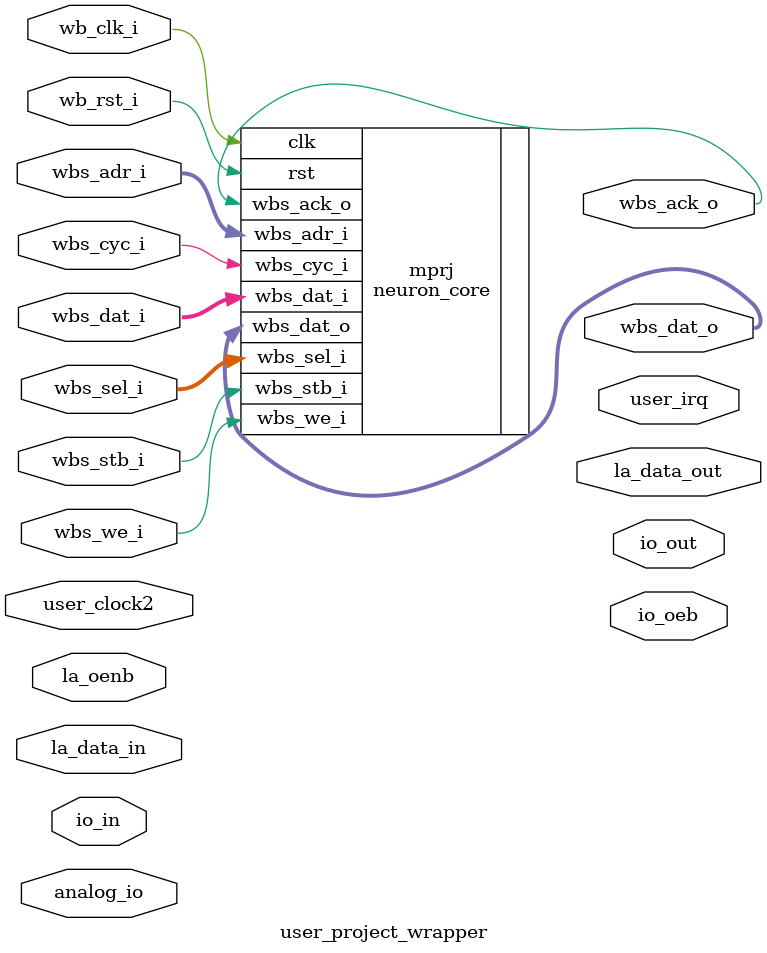
<source format=v>
module user_project_wrapper (user_clock2,
    wb_clk_i,
    wb_rst_i,
    wbs_ack_o,
    wbs_cyc_i,
    wbs_stb_i,
    wbs_we_i,
    analog_io,
    io_in,
    io_oeb,
    io_out,
    la_data_in,
    la_data_out,
    la_oenb,
    user_irq,
    wbs_adr_i,
    wbs_dat_i,
    wbs_dat_o,
    wbs_sel_i);
 input user_clock2;
 input wb_clk_i;
 input wb_rst_i;
 output wbs_ack_o;
 input wbs_cyc_i;
 input wbs_stb_i;
 input wbs_we_i;
 inout [28:0] analog_io;
 input [37:0] io_in;
 output [37:0] io_oeb;
 output [37:0] io_out;
 input [127:0] la_data_in;
 output [127:0] la_data_out;
 input [127:0] la_oenb;
 output [2:0] user_irq;
 input [31:0] wbs_adr_i;
 input [31:0] wbs_dat_i;
 output [31:0] wbs_dat_o;
 input [3:0] wbs_sel_i;


 neuron_core mprj (.clk(wb_clk_i),
    .rst(wb_rst_i),
    .wbs_ack_o(wbs_ack_o),
    .wbs_cyc_i(wbs_cyc_i),
    .wbs_stb_i(wbs_stb_i),
    .wbs_we_i(wbs_we_i),
    .wbs_adr_i({wbs_adr_i[31],
    wbs_adr_i[30],
    wbs_adr_i[29],
    wbs_adr_i[28],
    wbs_adr_i[27],
    wbs_adr_i[26],
    wbs_adr_i[25],
    wbs_adr_i[24],
    wbs_adr_i[23],
    wbs_adr_i[22],
    wbs_adr_i[21],
    wbs_adr_i[20],
    wbs_adr_i[19],
    wbs_adr_i[18],
    wbs_adr_i[17],
    wbs_adr_i[16],
    wbs_adr_i[15],
    wbs_adr_i[14],
    wbs_adr_i[13],
    wbs_adr_i[12],
    wbs_adr_i[11],
    wbs_adr_i[10],
    wbs_adr_i[9],
    wbs_adr_i[8],
    wbs_adr_i[7],
    wbs_adr_i[6],
    wbs_adr_i[5],
    wbs_adr_i[4],
    wbs_adr_i[3],
    wbs_adr_i[2],
    wbs_adr_i[1],
    wbs_adr_i[0]}),
    .wbs_dat_i({wbs_dat_i[31],
    wbs_dat_i[30],
    wbs_dat_i[29],
    wbs_dat_i[28],
    wbs_dat_i[27],
    wbs_dat_i[26],
    wbs_dat_i[25],
    wbs_dat_i[24],
    wbs_dat_i[23],
    wbs_dat_i[22],
    wbs_dat_i[21],
    wbs_dat_i[20],
    wbs_dat_i[19],
    wbs_dat_i[18],
    wbs_dat_i[17],
    wbs_dat_i[16],
    wbs_dat_i[15],
    wbs_dat_i[14],
    wbs_dat_i[13],
    wbs_dat_i[12],
    wbs_dat_i[11],
    wbs_dat_i[10],
    wbs_dat_i[9],
    wbs_dat_i[8],
    wbs_dat_i[7],
    wbs_dat_i[6],
    wbs_dat_i[5],
    wbs_dat_i[4],
    wbs_dat_i[3],
    wbs_dat_i[2],
    wbs_dat_i[1],
    wbs_dat_i[0]}),
    .wbs_dat_o({wbs_dat_o[31],
    wbs_dat_o[30],
    wbs_dat_o[29],
    wbs_dat_o[28],
    wbs_dat_o[27],
    wbs_dat_o[26],
    wbs_dat_o[25],
    wbs_dat_o[24],
    wbs_dat_o[23],
    wbs_dat_o[22],
    wbs_dat_o[21],
    wbs_dat_o[20],
    wbs_dat_o[19],
    wbs_dat_o[18],
    wbs_dat_o[17],
    wbs_dat_o[16],
    wbs_dat_o[15],
    wbs_dat_o[14],
    wbs_dat_o[13],
    wbs_dat_o[12],
    wbs_dat_o[11],
    wbs_dat_o[10],
    wbs_dat_o[9],
    wbs_dat_o[8],
    wbs_dat_o[7],
    wbs_dat_o[6],
    wbs_dat_o[5],
    wbs_dat_o[4],
    wbs_dat_o[3],
    wbs_dat_o[2],
    wbs_dat_o[1],
    wbs_dat_o[0]}),
    .wbs_sel_i({wbs_sel_i[3],
    wbs_sel_i[2],
    wbs_sel_i[1],
    wbs_sel_i[0]}));
endmodule


</source>
